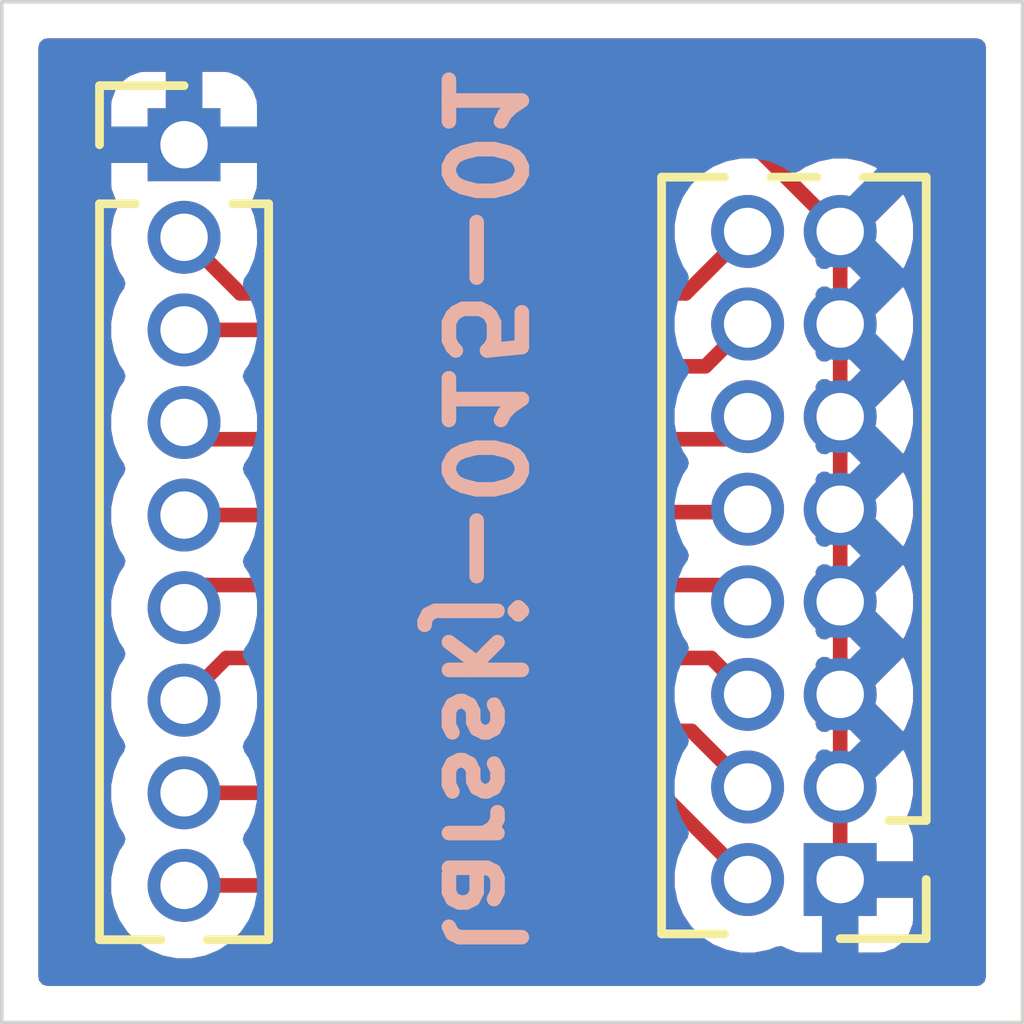
<source format=kicad_pcb>
(kicad_pcb (version 20241229) (generator "pcbnew") (generator_version "9.0")
  (layers (0 "F.Cu" signal) (2 "B.Cu" signal) (13 "F.Paste" user) (15 "B.Paste" user) (5 "F.SilkS" user "F.Silkscreen") (7 "B.SilkS" user "B.Silkscreen") (1 "F.Mask" user) (3 "B.Mask" user) (25 "Edge.Cuts" user))
  (net 0 "")
  (net 1 "Net-(J1-Pin_2)")
  (net 2 "Net-(J2-Pin_9)")
  (net 3 "Net-(J1-Pin_4)")
  (net 4 "Net-(J2-Pin_8)")
  (net 5 "Net-(J2-Pin_7)")
  (net 6 "Net-(J1-Pin_6)")
  (net 7 "Net-(J2-Pin_6)")
  (net 8 "Net-(J1-Pin_8)")
  (net 9 "Net-(J2-Pin_5)")
  (net 10 "Net-(J1-Pin_10)")
  (net 11 "Net-(J2-Pin_4)")
  (net 12 "Net-(J1-Pin_12)")
  (net 13 "Net-(J1-Pin_14)")
  (net 14 "Net-(J2-Pin_3)")
  (net 15 "Net-(J2-Pin_2)")
  (net 16 "Net-(J1-Pin_16)")
  (net 17 "GND")
  (footprint "PCM_JLCPCB:R_0402" (layer "F.Cu") (at 123 74.5)
    (property "Reference" "R6" (hide yes))
    (property "Value" "330Ω" (hide yes))
    (pad "1" smd roundrect (at -0.5 0) (size 0.56 0.62) (layers "F.Cu" "F.Mask" "F.Paste") (net 11 "Net-(J2-Pin_4)"))
    (pad "2" smd roundrect (at 0.5 0) (size 0.56 0.62) (layers "F.Cu" "F.Mask" "F.Paste") (net 12 "Net-(J1-Pin_12)"))
  )
  (footprint "PCM_JLCPCB:R_0402" (layer "F.Cu") (at 123 75.5)
    (property "Reference" "R5" (hide yes))
    (property "Value" "330Ω" (hide yes))
    (pad "1" smd roundrect (at -0.5 0) (size 0.56 0.62) (layers "F.Cu" "F.Mask" "F.Paste") (net 9 "Net-(J2-Pin_5)"))
    (pad "2" smd roundrect (at 0.5 0) (size 0.56 0.62) (layers "F.Cu" "F.Mask" "F.Paste") (net 10 "Net-(J1-Pin_10)"))
  )
  (footprint "PCM_JLCPCB:R_0402" (layer "F.Cu") (at 123 79.5)
    (property "Reference" "R1" (hide yes))
    (property "Value" "330Ω" (hide yes))
    (pad "1" smd roundrect (at -0.5 0) (size 0.56 0.62) (layers "F.Cu" "F.Mask" "F.Paste") (net 2 "Net-(J2-Pin_9)"))
    (pad "2" smd roundrect (at 0.5 0) (size 0.56 0.62) (layers "F.Cu" "F.Mask" "F.Paste") (net 1 "Net-(J1-Pin_2)"))
  )
  (footprint "PCM_JLCPCB:R_0402" (layer "F.Cu") (at 123 72.5)
    (property "Reference" "R8" (hide yes))
    (property "Value" "330Ω" (hide yes))
    (pad "1" smd roundrect (at -0.5 0) (size 0.56 0.62) (layers "F.Cu" "F.Mask" "F.Paste") (net 15 "Net-(J2-Pin_2)"))
    (pad "2" smd roundrect (at 0.5 0) (size 0.56 0.62) (layers "F.Cu" "F.Mask" "F.Paste") (net 16 "Net-(J1-Pin_16)"))
  )
  (footprint "PCM_JLCPCB:R_0402" (layer "F.Cu") (at 123 73.5)
    (property "Reference" "R7" (hide yes))
    (property "Value" "330Ω" (hide yes))
    (pad "1" smd roundrect (at -0.5 0) (size 0.56 0.62) (layers "F.Cu" "F.Mask" "F.Paste") (net 14 "Net-(J2-Pin_3)"))
    (pad "2" smd roundrect (at 0.5 0) (size 0.56 0.62) (layers "F.Cu" "F.Mask" "F.Paste") (net 13 "Net-(J1-Pin_14)"))
  )
  (footprint "PCM_JLCPCB:R_0402" (layer "F.Cu") (at 123 77.5)
    (property "Reference" "R3" (hide yes))
    (property "Value" "330Ω" (hide yes))
    (pad "1" smd roundrect (at -0.5 0) (size 0.56 0.62) (layers "F.Cu" "F.Mask" "F.Paste") (net 5 "Net-(J2-Pin_7)"))
    (pad "2" smd roundrect (at 0.5 0) (size 0.56 0.62) (layers "F.Cu" "F.Mask" "F.Paste") (net 6 "Net-(J1-Pin_6)"))
  )
  (footprint "Connector_PinHeader_1.27mm:PinHeader_1x09_P1.27mm_Vertical" (layer "F.Cu") (at 119 70.46)
    (property "Reference" "J2" (hide yes))
    (property "Value" "Conn_01x09_Pin" (hide yes))
    (fp_line (start -1.16 -0.81) (end 0 -0.81) (stroke (width 0.12)) (layer "F.SilkS"))
    (fp_line (start -1.16 0) (end -1.16 -0.81) (stroke (width 0.12)) (layer "F.SilkS"))
    (fp_line (start -1.16 0.81) (end -1.16 10.905) (stroke (width 0.12)) (layer "F.SilkS"))
    (fp_line (start -1.16 0.81) (end -0.666708 0.81) (stroke (width 0.12)) (layer "F.SilkS"))
    (fp_line (start -1.16 10.905) (end -0.317923 10.905) (stroke (width 0.12)) (layer "F.SilkS"))
    (fp_line (start 0.317923 10.905) (end 1.16 10.905) (stroke (width 0.12)) (layer "F.SilkS"))
    (fp_line (start 0.666708 0.81) (end 1.16 0.81) (stroke (width 0.12)) (layer "F.SilkS"))
    (fp_line (start 1.16 0.81) (end 1.16 10.905) (stroke (width 0.12)) (layer "F.SilkS"))
    (pad "1" thru_hole rect (at 0 0) (size 1 1) (drill 0.65) (layers "*.Cu" "*.Mask") (net 17 "GND"))
    (pad "2" thru_hole circle (at 0 1.27) (size 1 1) (drill 0.65) (layers "*.Cu" "*.Mask") (net 15 "Net-(J2-Pin_2)"))
    (pad "3" thru_hole circle (at 0 2.54) (size 1 1) (drill 0.65) (layers "*.Cu" "*.Mask") (net 14 "Net-(J2-Pin_3)"))
    (pad "4" thru_hole circle (at 0 3.81) (size 1 1) (drill 0.65) (layers "*.Cu" "*.Mask") (net 11 "Net-(J2-Pin_4)"))
    (pad "5" thru_hole circle (at 0 5.08) (size 1 1) (drill 0.65) (layers "*.Cu" "*.Mask") (net 9 "Net-(J2-Pin_5)"))
    (pad "6" thru_hole circle (at 0 6.35) (size 1 1) (drill 0.65) (layers "*.Cu" "*.Mask") (net 7 "Net-(J2-Pin_6)"))
    (pad "7" thru_hole circle (at 0 7.62) (size 1 1) (drill 0.65) (layers "*.Cu" "*.Mask") (net 5 "Net-(J2-Pin_7)"))
    (pad "8" thru_hole circle (at 0 8.89) (size 1 1) (drill 0.65) (layers "*.Cu" "*.Mask") (net 4 "Net-(J2-Pin_8)"))
    (pad "9" thru_hole circle (at 0 10.16) (size 1 1) (drill 0.65) (layers "*.Cu" "*.Mask") (net 2 "Net-(J2-Pin_9)"))
  )
  (footprint "Connector_PinHeader_1.27mm:PinHeader_2x08_P1.27mm_Vertical" (layer "F.Cu") (at 128 80.54 180)
    (property "Reference" "J1" (hide yes))
    (property "Value" "Conn_02x08_Odd_Even" (hide yes))
    (fp_line (start 2.45 -0.745) (end 2.45 9.635) (stroke (width 0.12)) (layer "F.SilkS"))
    (fp_line (start 1.587923 9.635) (end 2.45 9.635) (stroke (width 0.12)) (layer "F.SilkS"))
    (fp_line (start 1.587923 -0.745) (end 2.45 -0.745) (stroke (width 0.12)) (layer "F.SilkS"))
    (fp_line (start 0.317923 9.635) (end 0.952077 9.635) (stroke (width 0.12)) (layer "F.SilkS"))
    (fp_line (start -1.18 9.635) (end -0.317923 9.635) (stroke (width 0.12)) (layer "F.SilkS"))
    (fp_line (start -1.18 0.81) (end -0.666708 0.81) (stroke (width 0.12)) (layer "F.SilkS"))
    (fp_line (start -1.18 0.81) (end -1.18 9.635) (stroke (width 0.12)) (layer "F.SilkS"))
    (fp_line (start -1.18 0) (end -1.18 -0.81) (stroke (width 0.12)) (layer "F.SilkS"))
    (fp_line (start -1.18 -0.81) (end 0 -0.81) (stroke (width 0.12)) (layer "F.SilkS"))
    (pad "1" thru_hole rect (at 0 0 180) (size 1 1) (drill 0.65) (layers "*.Cu" "*.Mask") (net 17 "GND"))
    (pad "2" thru_hole circle (at 1.27 0 180) (size 1 1) (drill 0.65) (layers "*.Cu" "*.Mask") (net 1 "Net-(J1-Pin_2)"))
    (pad "3" thru_hole circle (at 0 1.27 180) (size 1 1) (drill 0.65) (layers "*.Cu" "*.Mask") (net 17 "GND"))
    (pad "4" thru_hole circle (at 1.27 1.27 180) (size 1 1) (drill 0.65) (layers "*.Cu" "*.Mask") (net 3 "Net-(J1-Pin_4)"))
    (pad "5" thru_hole circle (at 0 2.54 180) (size 1 1) (drill 0.65) (layers "*.Cu" "*.Mask") (net 17 "GND"))
    (pad "6" thru_hole circle (at 1.27 2.54 180) (size 1 1) (drill 0.65) (layers "*.Cu" "*.Mask") (net 6 "Net-(J1-Pin_6)"))
    (pad "7" thru_hole circle (at 0 3.81 180) (size 1 1) (drill 0.65) (layers "*.Cu" "*.Mask") (net 17 "GND"))
    (pad "8" thru_hole circle (at 1.27 3.81 180) (size 1 1) (drill 0.65) (layers "*.Cu" "*.Mask") (net 8 "Net-(J1-Pin_8)"))
    (pad "9" thru_hole circle (at 0 5.08 180) (size 1 1) (drill 0.65) (layers "*.Cu" "*.Mask") (net 17 "GND"))
    (pad "10" thru_hole circle (at 1.27 5.08 180) (size 1 1) (drill 0.65) (layers "*.Cu" "*.Mask") (net 10 "Net-(J1-Pin_10)"))
    (pad "11" thru_hole circle (at 0 6.35 180) (size 1 1) (drill 0.65) (layers "*.Cu" "*.Mask") (net 17 "GND"))
    (pad "12" thru_hole circle (at 1.27 6.35 180) (size 1 1) (drill 0.65) (layers "*.Cu" "*.Mask") (net 12 "Net-(J1-Pin_12)"))
    (pad "13" thru_hole circle (at 0 7.62 180) (size 1 1) (drill 0.65) (layers "*.Cu" "*.Mask") (net 17 "GND"))
    (pad "14" thru_hole circle (at 1.27 7.62 180) (size 1 1) (drill 0.65) (layers "*.Cu" "*.Mask") (net 13 "Net-(J1-Pin_14)"))
    (pad "15" thru_hole circle (at 0 8.89 180) (size 1 1) (drill 0.65) (layers "*.Cu" "*.Mask") (net 17 "GND"))
    (pad "16" thru_hole circle (at 1.27 8.89 180) (size 1 1) (drill 0.65) (layers "*.Cu" "*.Mask") (net 16 "Net-(J1-Pin_16)"))
  )
  (footprint "PCM_JLCPCB:R_0402" (layer "F.Cu") (at 123 78.5)
    (property "Reference" "R2" (hide yes))
    (property "Value" "330Ω" (hide yes))
    (pad "1" smd roundrect (at -0.5 0) (size 0.56 0.62) (layers "F.Cu" "F.Mask" "F.Paste") (net 4 "Net-(J2-Pin_8)"))
    (pad "2" smd roundrect (at 0.5 0) (size 0.56 0.62) (layers "F.Cu" "F.Mask" "F.Paste") (net 3 "Net-(J1-Pin_4)"))
  )
  (footprint "PCM_JLCPCB:R_0402" (layer "F.Cu") (at 123 76.5)
    (property "Reference" "R4" (hide yes))
    (property "Value" "330Ω" (hide yes))
    (pad "1" smd roundrect (at -0.5 0) (size 0.56 0.62) (layers "F.Cu" "F.Mask" "F.Paste") (net 7 "Net-(J2-Pin_6)"))
    (pad "2" smd roundrect (at 0.5 0) (size 0.56 0.62) (layers "F.Cu" "F.Mask" "F.Paste") (net 8 "Net-(J1-Pin_8)"))
  )
  (gr_rect (start 116.5 68.5) (end 130.5 82.5) (stroke (width 0.05)) (fill no) (layer "Edge.Cuts"))
  (gr_text "larsskj-015-01" (at 122.5 81.7 270) (layer "B.SilkS") (effects (font (size 1 1) (thickness 0.2) (bold yes)) (justify left bottom mirror)))
  (segment (start 123.5 79.5) (end 125.69 79.5) (width 0.2) (layer "F.Cu") (net 1))
  (segment (start 125.69 79.5) (end 126.73 80.54) (width 0.2) (layer "F.Cu") (net 1))
  (segment (start 121.38 80.62) (end 119 80.62) (width 0.2) (layer "F.Cu") (net 2))
  (segment (start 122.5 79.5) (end 121.38 80.62) (width 0.2) (layer "F.Cu") (net 2))
  (segment (start 125.96 78.5) (end 126.73 79.27) (width 0.2) (layer "F.Cu") (net 3))
  (segment (start 123.5 78.5) (end 125.96 78.5) (width 0.2) (layer "F.Cu") (net 3))
  (segment (start 121.15 79.35) (end 119 79.35) (width 0.2) (layer "F.Cu") (net 4))
  (segment (start 122 78.5) (end 121.15 79.35) (width 0.2) (layer "F.Cu") (net 4))
  (segment (start 122.5 78.5) (end 122 78.5) (width 0.2) (layer "F.Cu") (net 4))
  (segment (start 119.58 77.5) (end 119 78.08) (width 0.2) (layer "F.Cu") (net 5))
  (segment (start 122.5 77.5) (end 119.58 77.5) (width 0.2) (layer "F.Cu") (net 5))
  (segment (start 126.230001 77.500001) (end 126.73 78) (width 0.2) (layer "F.Cu") (net 6))
  (segment (start 123.5 77.5) (end 126.230001 77.500001) (width 0.2) (layer "F.Cu") (net 6))
  (segment (start 122.5 76.5) (end 119.31 76.5) (width 0.2) (layer "F.Cu") (net 7))
  (segment (start 119.31 76.5) (end 119 76.81) (width 0.2) (layer "F.Cu") (net 7))
  (segment (start 123.5 76.5) (end 126.5 76.5) (width 0.2) (layer "F.Cu") (net 8))
  (segment (start 126.5 76.5) (end 126.73 76.73) (width 0.2) (layer "F.Cu") (net 8))
  (segment (start 122.46 75.54) (end 119 75.54) (width 0.2) (layer "F.Cu") (net 9))
  (segment (start 122.5 75.5) (end 122.46 75.54) (width 0.2) (layer "F.Cu") (net 9))
  (segment (start 123.5 75.5) (end 126.69 75.5) (width 0.2) (layer "F.Cu") (net 10))
  (segment (start 126.69 75.5) (end 126.73 75.46) (width 0.2) (layer "F.Cu") (net 10))
  (segment (start 119.23 74.5) (end 119 74.27) (width 0.2) (layer "F.Cu") (net 11))
  (segment (start 122.5 74.5) (end 119.23 74.5) (width 0.2) (layer "F.Cu") (net 11))
  (segment (start 126.42 74.5) (end 126.73 74.19) (width 0.2) (layer "F.Cu") (net 12))
  (segment (start 123.5 74.5) (end 126.42 74.5) (width 0.2) (layer "F.Cu") (net 12))
  (segment (start 126.15 73.5) (end 126.73 72.92) (width 0.2) (layer "F.Cu") (net 13))
  (segment (start 123.5 73.5) (end 126.15 73.5) (width 0.2) (layer "F.Cu") (net 13))
  (segment (start 121.5 73) (end 119 73) (width 0.2) (layer "F.Cu") (net 14))
  (segment (start 122 73.5) (end 121.5 73) (width 0.2) (layer "F.Cu") (net 14))
  (segment (start 122.5 73.5) (end 122 73.5) (width 0.2) (layer "F.Cu") (net 14))
  (segment (start 119.77 72.5) (end 119 71.73) (width 0.2) (layer "F.Cu") (net 15))
  (segment (start 122.5 72.5) (end 119.77 72.5) (width 0.2) (layer "F.Cu") (net 15))
  (segment (start 125.88 72.5) (end 126.73 71.65) (width 0.2) (layer "F.Cu") (net 16))
  (segment (start 123.5 72.5) (end 125.88 72.5) (width 0.2) (layer "F.Cu") (net 16))
  (segment (start 128 74.19) (end 128 75.46) (width 0.2) (layer "F.Cu") (net 17))
  (segment (start 128 72.92) (end 128 74.19) (width 0.2) (layer "F.Cu") (net 17))
  (segment (start 128 78) (end 128 79.27) (width 0.2) (layer "F.Cu") (net 17))
  (segment (start 119 70.46) (end 126.81 70.46) (width 0.2) (layer "F.Cu") (net 17))
  (segment (start 128 76.73) (end 128 78) (width 0.2) (layer "F.Cu") (net 17))
  (segment (start 128 79.27) (end 128 80.54) (width 0.2) (layer "F.Cu") (net 17))
  (segment (start 128 71.65) (end 128 72.92) (width 0.2) (layer "F.Cu") (net 17))
  (segment (start 126.81 70.46) (end 128 71.65) (width 0.2) (layer "F.Cu") (net 17))
  (segment (start 128 75.46) (end 128 76.73) (width 0.2) (layer "F.Cu") (net 17))
  (zone (net 17) (net_name "GND") (layers "F.Cu" "B.Cu") (connect_pads (clearance 0.5)) (min_thickness 0.25) (fill yes (thermal_gap 0.5) (thermal_bridge_width 0.5))
    (polygon (pts (xy 116.5 68.5) (xy 130.5 68.5) (xy 130.5 82.5) (xy 116.5 82.5)))
  )
)
</source>
